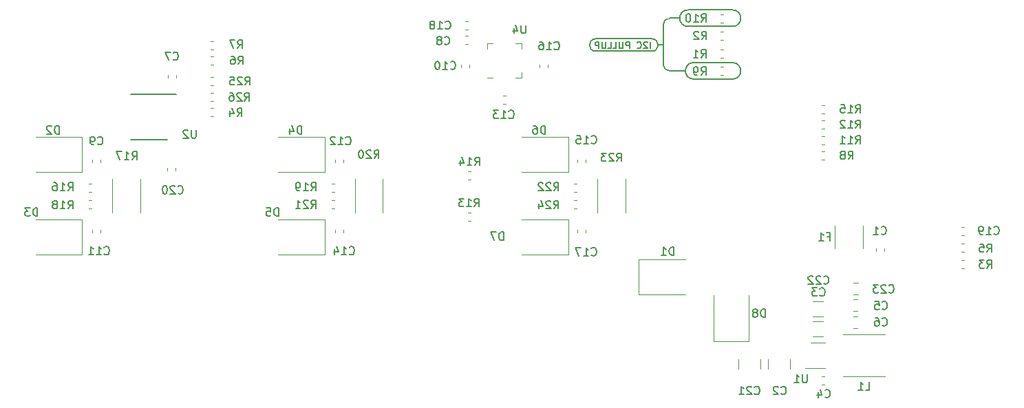
<source format=gbr>
%TF.GenerationSoftware,KiCad,Pcbnew,(5.1.6)-1*%
%TF.CreationDate,2020-09-09T14:21:18+02:00*%
%TF.ProjectId,TougherPowerMeter-FeatherWing,546f7567-6865-4725-906f-7765724d6574,rev?*%
%TF.SameCoordinates,Original*%
%TF.FileFunction,Legend,Bot*%
%TF.FilePolarity,Positive*%
%FSLAX46Y46*%
G04 Gerber Fmt 4.6, Leading zero omitted, Abs format (unit mm)*
G04 Created by KiCad (PCBNEW (5.1.6)-1) date 2020-09-09 14:21:18*
%MOMM*%
%LPD*%
G01*
G04 APERTURE LIST*
%ADD10C,0.150000*%
%ADD11C,0.120000*%
G04 APERTURE END LIST*
D10*
X180213000Y-60198000D02*
X180848000Y-60198000D01*
X179451000Y-60960000D02*
G75*
G03*
X179451000Y-59436000I0J762000D01*
G01*
X189357000Y-62357000D02*
X184594500Y-62357000D01*
X184594500Y-64389000D02*
G75*
G02*
X184594500Y-62357000I0J1016000D01*
G01*
X189357000Y-64389000D02*
X184594500Y-64389000D01*
X189357000Y-62357000D02*
G75*
G02*
X189357000Y-64389000I0J-1016000D01*
G01*
X183896000Y-57912000D02*
G75*
G02*
X183896000Y-55880000I0J1016000D01*
G01*
X189357000Y-55880000D02*
G75*
G02*
X189357000Y-57912000I0J-1016000D01*
G01*
X189357000Y-57912000D02*
X183896000Y-57912000D01*
X189357000Y-55880000D02*
X183896000Y-55880000D01*
X181610000Y-63373000D02*
X183578500Y-63373000D01*
X180848000Y-62611000D02*
G75*
G03*
X181610000Y-63373000I762000J0D01*
G01*
X180848000Y-57658000D02*
X180848000Y-62611000D01*
X181610000Y-56896000D02*
X182880000Y-56896000D01*
X181610000Y-56896000D02*
G75*
G03*
X180848000Y-57658000I0J-762000D01*
G01*
X179451000Y-60960000D02*
X172529500Y-60960000D01*
X172529500Y-59436000D02*
G75*
G03*
X172529500Y-60960000I0J-762000D01*
G01*
X172529500Y-59436000D02*
X179451000Y-59436000D01*
X179242833Y-60623404D02*
X179242833Y-59823404D01*
X178899976Y-59899595D02*
X178861880Y-59861500D01*
X178785690Y-59823404D01*
X178595214Y-59823404D01*
X178519023Y-59861500D01*
X178480928Y-59899595D01*
X178442833Y-59975785D01*
X178442833Y-60051976D01*
X178480928Y-60166261D01*
X178938071Y-60623404D01*
X178442833Y-60623404D01*
X177642833Y-60547214D02*
X177680928Y-60585309D01*
X177795214Y-60623404D01*
X177871404Y-60623404D01*
X177985690Y-60585309D01*
X178061880Y-60509119D01*
X178099976Y-60432928D01*
X178138071Y-60280547D01*
X178138071Y-60166261D01*
X178099976Y-60013880D01*
X178061880Y-59937690D01*
X177985690Y-59861500D01*
X177871404Y-59823404D01*
X177795214Y-59823404D01*
X177680928Y-59861500D01*
X177642833Y-59899595D01*
X176690452Y-60623404D02*
X176690452Y-59823404D01*
X176385690Y-59823404D01*
X176309500Y-59861500D01*
X176271404Y-59899595D01*
X176233309Y-59975785D01*
X176233309Y-60090071D01*
X176271404Y-60166261D01*
X176309500Y-60204357D01*
X176385690Y-60242452D01*
X176690452Y-60242452D01*
X175890452Y-59823404D02*
X175890452Y-60471023D01*
X175852357Y-60547214D01*
X175814261Y-60585309D01*
X175738071Y-60623404D01*
X175585690Y-60623404D01*
X175509500Y-60585309D01*
X175471404Y-60547214D01*
X175433309Y-60471023D01*
X175433309Y-59823404D01*
X174671404Y-60623404D02*
X175052357Y-60623404D01*
X175052357Y-59823404D01*
X174023785Y-60623404D02*
X174404738Y-60623404D01*
X174404738Y-59823404D01*
X173757119Y-59823404D02*
X173757119Y-60471023D01*
X173719023Y-60547214D01*
X173680928Y-60585309D01*
X173604738Y-60623404D01*
X173452357Y-60623404D01*
X173376166Y-60585309D01*
X173338071Y-60547214D01*
X173299976Y-60471023D01*
X173299976Y-59823404D01*
X172919023Y-60623404D02*
X172919023Y-59823404D01*
X172614261Y-59823404D01*
X172538071Y-59861500D01*
X172499976Y-59899595D01*
X172461880Y-59975785D01*
X172461880Y-60090071D01*
X172499976Y-60166261D01*
X172538071Y-60204357D01*
X172614261Y-60242452D01*
X172919023Y-60242452D01*
D11*
%TO.C,C23*%
X204274922Y-90880000D02*
X204792078Y-90880000D01*
X204274922Y-89460000D02*
X204792078Y-89460000D01*
%TO.C,C22*%
X200484064Y-93572500D02*
X199279936Y-93572500D01*
X200484064Y-91752500D02*
X199279936Y-91752500D01*
%TO.C,C21*%
X190076500Y-100059064D02*
X190076500Y-98854936D01*
X192796500Y-100059064D02*
X192796500Y-98854936D01*
%TO.C,C2*%
X193759500Y-100059064D02*
X193759500Y-98854936D01*
X196479500Y-100059064D02*
X196479500Y-98854936D01*
%TO.C,D8*%
X191364000Y-96657000D02*
X191364000Y-90957000D01*
X187064000Y-96657000D02*
X187064000Y-90957000D01*
X191364000Y-96657000D02*
X187064000Y-96657000D01*
%TO.C,R1*%
X188233779Y-61740000D02*
X187908221Y-61740000D01*
X188233779Y-60720000D02*
X187908221Y-60720000D01*
%TO.C,R26*%
X125170221Y-66054000D02*
X125495779Y-66054000D01*
X125170221Y-67074000D02*
X125495779Y-67074000D01*
%TO.C,R25*%
X125170221Y-64149000D02*
X125495779Y-64149000D01*
X125170221Y-65169000D02*
X125495779Y-65169000D01*
%TO.C,F1*%
X205402000Y-82449748D02*
X205402000Y-85222252D01*
X201982000Y-82449748D02*
X201982000Y-85222252D01*
%TO.C,C20*%
X120826500Y-75354721D02*
X120826500Y-75680279D01*
X119806500Y-75354721D02*
X119806500Y-75680279D01*
%TO.C,C19*%
X217499221Y-82564000D02*
X217824779Y-82564000D01*
X217499221Y-83584000D02*
X217824779Y-83584000D01*
%TO.C,C7*%
X119870000Y-64186779D02*
X119870000Y-63861221D01*
X120890000Y-64186779D02*
X120890000Y-63861221D01*
%TO.C,C6*%
X204258922Y-93603500D02*
X204776078Y-93603500D01*
X204258922Y-95023500D02*
X204776078Y-95023500D01*
%TO.C,C3*%
X200484064Y-96049000D02*
X199279936Y-96049000D01*
X200484064Y-94229000D02*
X199279936Y-94229000D01*
%TO.C,C1*%
X206992000Y-85522779D02*
X206992000Y-85197221D01*
X208012000Y-85522779D02*
X208012000Y-85197221D01*
%TO.C,U1*%
X200723900Y-99912900D02*
X198293900Y-99912900D01*
X198963900Y-96842900D02*
X200723900Y-96842900D01*
D10*
%TO.C,U2*%
X120961000Y-66279000D02*
X115336000Y-66279000D01*
X119836000Y-71829000D02*
X115336000Y-71829000D01*
D11*
%TO.C,R7*%
X125170221Y-59704000D02*
X125495779Y-59704000D01*
X125170221Y-60724000D02*
X125495779Y-60724000D01*
%TO.C,R6*%
X125170221Y-61609000D02*
X125495779Y-61609000D01*
X125170221Y-62629000D02*
X125495779Y-62629000D01*
%TO.C,R5*%
X217499221Y-84596000D02*
X217824779Y-84596000D01*
X217499221Y-85616000D02*
X217824779Y-85616000D01*
%TO.C,R4*%
X125170221Y-67959000D02*
X125495779Y-67959000D01*
X125170221Y-68979000D02*
X125495779Y-68979000D01*
%TO.C,R3*%
X217499221Y-86628000D02*
X217824779Y-86628000D01*
X217499221Y-87648000D02*
X217824779Y-87648000D01*
%TO.C,R2*%
X188233779Y-59581000D02*
X187908221Y-59581000D01*
X188233779Y-58561000D02*
X187908221Y-58561000D01*
%TO.C,L1*%
X202958900Y-101002900D02*
X208158900Y-101002900D01*
X208158900Y-95802900D02*
X202958900Y-95802900D01*
%TO.C,D1*%
X177853500Y-90875500D02*
X183553500Y-90875500D01*
X177853500Y-86575500D02*
X183553500Y-86575500D01*
X177853500Y-90875500D02*
X177853500Y-86575500D01*
%TO.C,C5*%
X204258922Y-91508000D02*
X204776078Y-91508000D01*
X204258922Y-92928000D02*
X204776078Y-92928000D01*
%TO.C,C4*%
X200705179Y-101973600D02*
X200379621Y-101973600D01*
X200705179Y-100953600D02*
X200379621Y-100953600D01*
%TO.C,C18*%
X156813979Y-58260200D02*
X156488421Y-58260200D01*
X156813979Y-57240200D02*
X156488421Y-57240200D01*
%TO.C,R17*%
X116502000Y-76703936D02*
X116502000Y-80808064D01*
X113082000Y-76703936D02*
X113082000Y-80808064D01*
%TO.C,U4*%
X159864000Y-64229000D02*
X159164000Y-64229000D01*
X163384000Y-60009000D02*
X163384000Y-60709000D01*
X162684000Y-60009000D02*
X163384000Y-60009000D01*
X159164000Y-60009000D02*
X159164000Y-60709000D01*
X159864000Y-60009000D02*
X159164000Y-60009000D01*
X163384000Y-64229000D02*
X163384000Y-63529000D01*
X162684000Y-64229000D02*
X163384000Y-64229000D01*
%TO.C,R24*%
X170199779Y-80282000D02*
X169874221Y-80282000D01*
X170199779Y-79262000D02*
X169874221Y-79262000D01*
%TO.C,R23*%
X176192000Y-76703936D02*
X176192000Y-80808064D01*
X172772000Y-76703936D02*
X172772000Y-80808064D01*
%TO.C,R22*%
X170199779Y-78250000D02*
X169874221Y-78250000D01*
X170199779Y-77230000D02*
X169874221Y-77230000D01*
%TO.C,R21*%
X140354779Y-80282000D02*
X140029221Y-80282000D01*
X140354779Y-79262000D02*
X140029221Y-79262000D01*
%TO.C,R20*%
X146347000Y-76703936D02*
X146347000Y-80808064D01*
X142927000Y-76703936D02*
X142927000Y-80808064D01*
%TO.C,R19*%
X140354779Y-78250000D02*
X140029221Y-78250000D01*
X140354779Y-77230000D02*
X140029221Y-77230000D01*
%TO.C,R16*%
X110509779Y-78250000D02*
X110184221Y-78250000D01*
X110509779Y-77230000D02*
X110184221Y-77230000D01*
%TO.C,R13*%
X157118779Y-81806000D02*
X156793221Y-81806000D01*
X157118779Y-80786000D02*
X156793221Y-80786000D01*
%TO.C,D7*%
X169142000Y-81686000D02*
X163442000Y-81686000D01*
X169142000Y-85986000D02*
X163442000Y-85986000D01*
X169142000Y-81686000D02*
X169142000Y-85986000D01*
%TO.C,R18*%
X110509779Y-80282000D02*
X110184221Y-80282000D01*
X110509779Y-79262000D02*
X110184221Y-79262000D01*
%TO.C,R15*%
X200679779Y-68598000D02*
X200354221Y-68598000D01*
X200679779Y-67578000D02*
X200354221Y-67578000D01*
%TO.C,R14*%
X156793221Y-75706000D02*
X157118779Y-75706000D01*
X156793221Y-76726000D02*
X157118779Y-76726000D01*
%TO.C,R12*%
X200679779Y-70503000D02*
X200354221Y-70503000D01*
X200679779Y-69483000D02*
X200354221Y-69483000D01*
%TO.C,R11*%
X200679779Y-72408000D02*
X200354221Y-72408000D01*
X200679779Y-71388000D02*
X200354221Y-71388000D01*
%TO.C,R10*%
X188233779Y-57422000D02*
X187908221Y-57422000D01*
X188233779Y-56402000D02*
X187908221Y-56402000D01*
%TO.C,R9*%
X188233779Y-63899000D02*
X187908221Y-63899000D01*
X188233779Y-62879000D02*
X187908221Y-62879000D01*
%TO.C,R8*%
X200679779Y-74313000D02*
X200354221Y-74313000D01*
X200679779Y-73293000D02*
X200354221Y-73293000D01*
%TO.C,D6*%
X169142000Y-71526000D02*
X163442000Y-71526000D01*
X169142000Y-75826000D02*
X163442000Y-75826000D01*
X169142000Y-71526000D02*
X169142000Y-75826000D01*
%TO.C,D5*%
X139170000Y-81686000D02*
X133470000Y-81686000D01*
X139170000Y-85986000D02*
X133470000Y-85986000D01*
X139170000Y-81686000D02*
X139170000Y-85986000D01*
%TO.C,D4*%
X139170000Y-71526000D02*
X133470000Y-71526000D01*
X139170000Y-75826000D02*
X133470000Y-75826000D01*
X139170000Y-71526000D02*
X139170000Y-75826000D01*
%TO.C,D3*%
X109325000Y-81686000D02*
X103625000Y-81686000D01*
X109325000Y-85986000D02*
X103625000Y-85986000D01*
X109325000Y-81686000D02*
X109325000Y-85986000D01*
%TO.C,D2*%
X109325000Y-71526000D02*
X103625000Y-71526000D01*
X109325000Y-75826000D02*
X103625000Y-75826000D01*
X109325000Y-71526000D02*
X109325000Y-75826000D01*
%TO.C,C17*%
X170289000Y-83236779D02*
X170289000Y-82911221D01*
X171309000Y-83236779D02*
X171309000Y-82911221D01*
%TO.C,C16*%
X166610000Y-62591221D02*
X166610000Y-62916779D01*
X165590000Y-62591221D02*
X165590000Y-62916779D01*
%TO.C,C15*%
X171309000Y-74275221D02*
X171309000Y-74600779D01*
X170289000Y-74275221D02*
X170289000Y-74600779D01*
%TO.C,C14*%
X140444000Y-83236779D02*
X140444000Y-82911221D01*
X141464000Y-83236779D02*
X141464000Y-82911221D01*
%TO.C,C13*%
X161436779Y-67455000D02*
X161111221Y-67455000D01*
X161436779Y-66435000D02*
X161111221Y-66435000D01*
%TO.C,C12*%
X141464000Y-74275221D02*
X141464000Y-74600779D01*
X140444000Y-74275221D02*
X140444000Y-74600779D01*
%TO.C,C11*%
X110599000Y-83236779D02*
X110599000Y-82911221D01*
X111619000Y-83236779D02*
X111619000Y-82911221D01*
%TO.C,C10*%
X155938000Y-62916779D02*
X155938000Y-62591221D01*
X156958000Y-62916779D02*
X156958000Y-62591221D01*
%TO.C,C9*%
X111619000Y-74275221D02*
X111619000Y-74600779D01*
X110599000Y-74275221D02*
X110599000Y-74600779D01*
%TO.C,C8*%
X156813979Y-60089000D02*
X156488421Y-60089000D01*
X156813979Y-59069000D02*
X156488421Y-59069000D01*
%TO.C,C23*%
D10*
X208605357Y-90590642D02*
X208652976Y-90638261D01*
X208795833Y-90685880D01*
X208891071Y-90685880D01*
X209033928Y-90638261D01*
X209129166Y-90543023D01*
X209176785Y-90447785D01*
X209224404Y-90257309D01*
X209224404Y-90114452D01*
X209176785Y-89923976D01*
X209129166Y-89828738D01*
X209033928Y-89733500D01*
X208891071Y-89685880D01*
X208795833Y-89685880D01*
X208652976Y-89733500D01*
X208605357Y-89781119D01*
X208224404Y-89781119D02*
X208176785Y-89733500D01*
X208081547Y-89685880D01*
X207843452Y-89685880D01*
X207748214Y-89733500D01*
X207700595Y-89781119D01*
X207652976Y-89876357D01*
X207652976Y-89971595D01*
X207700595Y-90114452D01*
X208272023Y-90685880D01*
X207652976Y-90685880D01*
X207319642Y-89685880D02*
X206700595Y-89685880D01*
X207033928Y-90066833D01*
X206891071Y-90066833D01*
X206795833Y-90114452D01*
X206748214Y-90162071D01*
X206700595Y-90257309D01*
X206700595Y-90495404D01*
X206748214Y-90590642D01*
X206795833Y-90638261D01*
X206891071Y-90685880D01*
X207176785Y-90685880D01*
X207272023Y-90638261D01*
X207319642Y-90590642D01*
%TO.C,C22*%
X200588357Y-89527142D02*
X200635976Y-89574761D01*
X200778833Y-89622380D01*
X200874071Y-89622380D01*
X201016928Y-89574761D01*
X201112166Y-89479523D01*
X201159785Y-89384285D01*
X201207404Y-89193809D01*
X201207404Y-89050952D01*
X201159785Y-88860476D01*
X201112166Y-88765238D01*
X201016928Y-88670000D01*
X200874071Y-88622380D01*
X200778833Y-88622380D01*
X200635976Y-88670000D01*
X200588357Y-88717619D01*
X200207404Y-88717619D02*
X200159785Y-88670000D01*
X200064547Y-88622380D01*
X199826452Y-88622380D01*
X199731214Y-88670000D01*
X199683595Y-88717619D01*
X199635976Y-88812857D01*
X199635976Y-88908095D01*
X199683595Y-89050952D01*
X200255023Y-89622380D01*
X199635976Y-89622380D01*
X199255023Y-88717619D02*
X199207404Y-88670000D01*
X199112166Y-88622380D01*
X198874071Y-88622380D01*
X198778833Y-88670000D01*
X198731214Y-88717619D01*
X198683595Y-88812857D01*
X198683595Y-88908095D01*
X198731214Y-89050952D01*
X199302642Y-89622380D01*
X198683595Y-89622380D01*
%TO.C,C21*%
X192079357Y-103116142D02*
X192126976Y-103163761D01*
X192269833Y-103211380D01*
X192365071Y-103211380D01*
X192507928Y-103163761D01*
X192603166Y-103068523D01*
X192650785Y-102973285D01*
X192698404Y-102782809D01*
X192698404Y-102639952D01*
X192650785Y-102449476D01*
X192603166Y-102354238D01*
X192507928Y-102259000D01*
X192365071Y-102211380D01*
X192269833Y-102211380D01*
X192126976Y-102259000D01*
X192079357Y-102306619D01*
X191698404Y-102306619D02*
X191650785Y-102259000D01*
X191555547Y-102211380D01*
X191317452Y-102211380D01*
X191222214Y-102259000D01*
X191174595Y-102306619D01*
X191126976Y-102401857D01*
X191126976Y-102497095D01*
X191174595Y-102639952D01*
X191746023Y-103211380D01*
X191126976Y-103211380D01*
X190174595Y-103211380D02*
X190746023Y-103211380D01*
X190460309Y-103211380D02*
X190460309Y-102211380D01*
X190555547Y-102354238D01*
X190650785Y-102449476D01*
X190746023Y-102497095D01*
%TO.C,C2*%
X195349666Y-103116142D02*
X195397285Y-103163761D01*
X195540142Y-103211380D01*
X195635380Y-103211380D01*
X195778238Y-103163761D01*
X195873476Y-103068523D01*
X195921095Y-102973285D01*
X195968714Y-102782809D01*
X195968714Y-102639952D01*
X195921095Y-102449476D01*
X195873476Y-102354238D01*
X195778238Y-102259000D01*
X195635380Y-102211380D01*
X195540142Y-102211380D01*
X195397285Y-102259000D01*
X195349666Y-102306619D01*
X194968714Y-102306619D02*
X194921095Y-102259000D01*
X194825857Y-102211380D01*
X194587761Y-102211380D01*
X194492523Y-102259000D01*
X194444904Y-102306619D01*
X194397285Y-102401857D01*
X194397285Y-102497095D01*
X194444904Y-102639952D01*
X195016333Y-103211380D01*
X194397285Y-103211380D01*
%TO.C,D8*%
X193381095Y-93686380D02*
X193381095Y-92686380D01*
X193143000Y-92686380D01*
X193000142Y-92734000D01*
X192904904Y-92829238D01*
X192857285Y-92924476D01*
X192809666Y-93114952D01*
X192809666Y-93257809D01*
X192857285Y-93448285D01*
X192904904Y-93543523D01*
X193000142Y-93638761D01*
X193143000Y-93686380D01*
X193381095Y-93686380D01*
X192238238Y-93114952D02*
X192333476Y-93067333D01*
X192381095Y-93019714D01*
X192428714Y-92924476D01*
X192428714Y-92876857D01*
X192381095Y-92781619D01*
X192333476Y-92734000D01*
X192238238Y-92686380D01*
X192047761Y-92686380D01*
X191952523Y-92734000D01*
X191904904Y-92781619D01*
X191857285Y-92876857D01*
X191857285Y-92924476D01*
X191904904Y-93019714D01*
X191952523Y-93067333D01*
X192047761Y-93114952D01*
X192238238Y-93114952D01*
X192333476Y-93162571D01*
X192381095Y-93210190D01*
X192428714Y-93305428D01*
X192428714Y-93495904D01*
X192381095Y-93591142D01*
X192333476Y-93638761D01*
X192238238Y-93686380D01*
X192047761Y-93686380D01*
X191952523Y-93638761D01*
X191904904Y-93591142D01*
X191857285Y-93495904D01*
X191857285Y-93305428D01*
X191904904Y-93210190D01*
X191952523Y-93162571D01*
X192047761Y-93114952D01*
%TO.C,R1*%
X185507166Y-61745880D02*
X185840500Y-61269690D01*
X186078595Y-61745880D02*
X186078595Y-60745880D01*
X185697642Y-60745880D01*
X185602404Y-60793500D01*
X185554785Y-60841119D01*
X185507166Y-60936357D01*
X185507166Y-61079214D01*
X185554785Y-61174452D01*
X185602404Y-61222071D01*
X185697642Y-61269690D01*
X186078595Y-61269690D01*
X184554785Y-61745880D02*
X185126214Y-61745880D01*
X184840500Y-61745880D02*
X184840500Y-60745880D01*
X184935738Y-60888738D01*
X185030976Y-60983976D01*
X185126214Y-61031595D01*
%TO.C,R26*%
X129341357Y-67079880D02*
X129674690Y-66603690D01*
X129912785Y-67079880D02*
X129912785Y-66079880D01*
X129531833Y-66079880D01*
X129436595Y-66127500D01*
X129388976Y-66175119D01*
X129341357Y-66270357D01*
X129341357Y-66413214D01*
X129388976Y-66508452D01*
X129436595Y-66556071D01*
X129531833Y-66603690D01*
X129912785Y-66603690D01*
X128960404Y-66175119D02*
X128912785Y-66127500D01*
X128817547Y-66079880D01*
X128579452Y-66079880D01*
X128484214Y-66127500D01*
X128436595Y-66175119D01*
X128388976Y-66270357D01*
X128388976Y-66365595D01*
X128436595Y-66508452D01*
X129008023Y-67079880D01*
X128388976Y-67079880D01*
X127531833Y-66079880D02*
X127722309Y-66079880D01*
X127817547Y-66127500D01*
X127865166Y-66175119D01*
X127960404Y-66317976D01*
X128008023Y-66508452D01*
X128008023Y-66889404D01*
X127960404Y-66984642D01*
X127912785Y-67032261D01*
X127817547Y-67079880D01*
X127627071Y-67079880D01*
X127531833Y-67032261D01*
X127484214Y-66984642D01*
X127436595Y-66889404D01*
X127436595Y-66651309D01*
X127484214Y-66556071D01*
X127531833Y-66508452D01*
X127627071Y-66460833D01*
X127817547Y-66460833D01*
X127912785Y-66508452D01*
X127960404Y-66556071D01*
X128008023Y-66651309D01*
%TO.C,R25*%
X129404857Y-65111380D02*
X129738190Y-64635190D01*
X129976285Y-65111380D02*
X129976285Y-64111380D01*
X129595333Y-64111380D01*
X129500095Y-64159000D01*
X129452476Y-64206619D01*
X129404857Y-64301857D01*
X129404857Y-64444714D01*
X129452476Y-64539952D01*
X129500095Y-64587571D01*
X129595333Y-64635190D01*
X129976285Y-64635190D01*
X129023904Y-64206619D02*
X128976285Y-64159000D01*
X128881047Y-64111380D01*
X128642952Y-64111380D01*
X128547714Y-64159000D01*
X128500095Y-64206619D01*
X128452476Y-64301857D01*
X128452476Y-64397095D01*
X128500095Y-64539952D01*
X129071523Y-65111380D01*
X128452476Y-65111380D01*
X127547714Y-64111380D02*
X128023904Y-64111380D01*
X128071523Y-64587571D01*
X128023904Y-64539952D01*
X127928666Y-64492333D01*
X127690571Y-64492333D01*
X127595333Y-64539952D01*
X127547714Y-64587571D01*
X127500095Y-64682809D01*
X127500095Y-64920904D01*
X127547714Y-65016142D01*
X127595333Y-65063761D01*
X127690571Y-65111380D01*
X127928666Y-65111380D01*
X128023904Y-65063761D01*
X128071523Y-65016142D01*
%TO.C,F1*%
X201040833Y-83764571D02*
X201374166Y-83764571D01*
X201374166Y-84288380D02*
X201374166Y-83288380D01*
X200897976Y-83288380D01*
X199993214Y-84288380D02*
X200564642Y-84288380D01*
X200278928Y-84288380D02*
X200278928Y-83288380D01*
X200374166Y-83431238D01*
X200469404Y-83526476D01*
X200564642Y-83574095D01*
%TO.C,C20*%
X121149857Y-78414642D02*
X121197476Y-78462261D01*
X121340333Y-78509880D01*
X121435571Y-78509880D01*
X121578428Y-78462261D01*
X121673666Y-78367023D01*
X121721285Y-78271785D01*
X121768904Y-78081309D01*
X121768904Y-77938452D01*
X121721285Y-77747976D01*
X121673666Y-77652738D01*
X121578428Y-77557500D01*
X121435571Y-77509880D01*
X121340333Y-77509880D01*
X121197476Y-77557500D01*
X121149857Y-77605119D01*
X120768904Y-77605119D02*
X120721285Y-77557500D01*
X120626047Y-77509880D01*
X120387952Y-77509880D01*
X120292714Y-77557500D01*
X120245095Y-77605119D01*
X120197476Y-77700357D01*
X120197476Y-77795595D01*
X120245095Y-77938452D01*
X120816523Y-78509880D01*
X120197476Y-78509880D01*
X119578428Y-77509880D02*
X119483190Y-77509880D01*
X119387952Y-77557500D01*
X119340333Y-77605119D01*
X119292714Y-77700357D01*
X119245095Y-77890833D01*
X119245095Y-78128928D01*
X119292714Y-78319404D01*
X119340333Y-78414642D01*
X119387952Y-78462261D01*
X119483190Y-78509880D01*
X119578428Y-78509880D01*
X119673666Y-78462261D01*
X119721285Y-78414642D01*
X119768904Y-78319404D01*
X119816523Y-78128928D01*
X119816523Y-77890833D01*
X119768904Y-77700357D01*
X119721285Y-77605119D01*
X119673666Y-77557500D01*
X119578428Y-77509880D01*
%TO.C,C19*%
X221543357Y-83431142D02*
X221590976Y-83478761D01*
X221733833Y-83526380D01*
X221829071Y-83526380D01*
X221971928Y-83478761D01*
X222067166Y-83383523D01*
X222114785Y-83288285D01*
X222162404Y-83097809D01*
X222162404Y-82954952D01*
X222114785Y-82764476D01*
X222067166Y-82669238D01*
X221971928Y-82574000D01*
X221829071Y-82526380D01*
X221733833Y-82526380D01*
X221590976Y-82574000D01*
X221543357Y-82621619D01*
X220590976Y-83526380D02*
X221162404Y-83526380D01*
X220876690Y-83526380D02*
X220876690Y-82526380D01*
X220971928Y-82669238D01*
X221067166Y-82764476D01*
X221162404Y-82812095D01*
X220114785Y-83526380D02*
X219924309Y-83526380D01*
X219829071Y-83478761D01*
X219781452Y-83431142D01*
X219686214Y-83288285D01*
X219638595Y-83097809D01*
X219638595Y-82716857D01*
X219686214Y-82621619D01*
X219733833Y-82574000D01*
X219829071Y-82526380D01*
X220019547Y-82526380D01*
X220114785Y-82574000D01*
X220162404Y-82621619D01*
X220210023Y-82716857D01*
X220210023Y-82954952D01*
X220162404Y-83050190D01*
X220114785Y-83097809D01*
X220019547Y-83145428D01*
X219829071Y-83145428D01*
X219733833Y-83097809D01*
X219686214Y-83050190D01*
X219638595Y-82954952D01*
%TO.C,C7*%
X120546666Y-61968142D02*
X120594285Y-62015761D01*
X120737142Y-62063380D01*
X120832380Y-62063380D01*
X120975238Y-62015761D01*
X121070476Y-61920523D01*
X121118095Y-61825285D01*
X121165714Y-61634809D01*
X121165714Y-61491952D01*
X121118095Y-61301476D01*
X121070476Y-61206238D01*
X120975238Y-61111000D01*
X120832380Y-61063380D01*
X120737142Y-61063380D01*
X120594285Y-61111000D01*
X120546666Y-61158619D01*
X120213333Y-61063380D02*
X119546666Y-61063380D01*
X119975238Y-62063380D01*
%TO.C,C6*%
X207795666Y-94670642D02*
X207843285Y-94718261D01*
X207986142Y-94765880D01*
X208081380Y-94765880D01*
X208224238Y-94718261D01*
X208319476Y-94623023D01*
X208367095Y-94527785D01*
X208414714Y-94337309D01*
X208414714Y-94194452D01*
X208367095Y-94003976D01*
X208319476Y-93908738D01*
X208224238Y-93813500D01*
X208081380Y-93765880D01*
X207986142Y-93765880D01*
X207843285Y-93813500D01*
X207795666Y-93861119D01*
X206938523Y-93765880D02*
X207129000Y-93765880D01*
X207224238Y-93813500D01*
X207271857Y-93861119D01*
X207367095Y-94003976D01*
X207414714Y-94194452D01*
X207414714Y-94575404D01*
X207367095Y-94670642D01*
X207319476Y-94718261D01*
X207224238Y-94765880D01*
X207033761Y-94765880D01*
X206938523Y-94718261D01*
X206890904Y-94670642D01*
X206843285Y-94575404D01*
X206843285Y-94337309D01*
X206890904Y-94242071D01*
X206938523Y-94194452D01*
X207033761Y-94146833D01*
X207224238Y-94146833D01*
X207319476Y-94194452D01*
X207367095Y-94242071D01*
X207414714Y-94337309D01*
%TO.C,C3*%
X200112166Y-90987642D02*
X200159785Y-91035261D01*
X200302642Y-91082880D01*
X200397880Y-91082880D01*
X200540738Y-91035261D01*
X200635976Y-90940023D01*
X200683595Y-90844785D01*
X200731214Y-90654309D01*
X200731214Y-90511452D01*
X200683595Y-90320976D01*
X200635976Y-90225738D01*
X200540738Y-90130500D01*
X200397880Y-90082880D01*
X200302642Y-90082880D01*
X200159785Y-90130500D01*
X200112166Y-90178119D01*
X199778833Y-90082880D02*
X199159785Y-90082880D01*
X199493119Y-90463833D01*
X199350261Y-90463833D01*
X199255023Y-90511452D01*
X199207404Y-90559071D01*
X199159785Y-90654309D01*
X199159785Y-90892404D01*
X199207404Y-90987642D01*
X199255023Y-91035261D01*
X199350261Y-91082880D01*
X199635976Y-91082880D01*
X199731214Y-91035261D01*
X199778833Y-90987642D01*
%TO.C,C1*%
X207668666Y-83431142D02*
X207716285Y-83478761D01*
X207859142Y-83526380D01*
X207954380Y-83526380D01*
X208097238Y-83478761D01*
X208192476Y-83383523D01*
X208240095Y-83288285D01*
X208287714Y-83097809D01*
X208287714Y-82954952D01*
X208240095Y-82764476D01*
X208192476Y-82669238D01*
X208097238Y-82574000D01*
X207954380Y-82526380D01*
X207859142Y-82526380D01*
X207716285Y-82574000D01*
X207668666Y-82621619D01*
X206716285Y-83526380D02*
X207287714Y-83526380D01*
X207002000Y-83526380D02*
X207002000Y-82526380D01*
X207097238Y-82669238D01*
X207192476Y-82764476D01*
X207287714Y-82812095D01*
%TO.C,U1*%
X198548404Y-100750880D02*
X198548404Y-101560404D01*
X198500785Y-101655642D01*
X198453166Y-101703261D01*
X198357928Y-101750880D01*
X198167452Y-101750880D01*
X198072214Y-101703261D01*
X198024595Y-101655642D01*
X197976976Y-101560404D01*
X197976976Y-100750880D01*
X196976976Y-101750880D02*
X197548404Y-101750880D01*
X197262690Y-101750880D02*
X197262690Y-100750880D01*
X197357928Y-100893738D01*
X197453166Y-100988976D01*
X197548404Y-101036595D01*
%TO.C,U2*%
X123364404Y-70651880D02*
X123364404Y-71461404D01*
X123316785Y-71556642D01*
X123269166Y-71604261D01*
X123173928Y-71651880D01*
X122983452Y-71651880D01*
X122888214Y-71604261D01*
X122840595Y-71556642D01*
X122792976Y-71461404D01*
X122792976Y-70651880D01*
X122364404Y-70747119D02*
X122316785Y-70699500D01*
X122221547Y-70651880D01*
X121983452Y-70651880D01*
X121888214Y-70699500D01*
X121840595Y-70747119D01*
X121792976Y-70842357D01*
X121792976Y-70937595D01*
X121840595Y-71080452D01*
X122412023Y-71651880D01*
X121792976Y-71651880D01*
%TO.C,R7*%
X128484166Y-60602880D02*
X128817500Y-60126690D01*
X129055595Y-60602880D02*
X129055595Y-59602880D01*
X128674642Y-59602880D01*
X128579404Y-59650500D01*
X128531785Y-59698119D01*
X128484166Y-59793357D01*
X128484166Y-59936214D01*
X128531785Y-60031452D01*
X128579404Y-60079071D01*
X128674642Y-60126690D01*
X129055595Y-60126690D01*
X128150833Y-59602880D02*
X127484166Y-59602880D01*
X127912738Y-60602880D01*
%TO.C,R6*%
X128547666Y-62571380D02*
X128881000Y-62095190D01*
X129119095Y-62571380D02*
X129119095Y-61571380D01*
X128738142Y-61571380D01*
X128642904Y-61619000D01*
X128595285Y-61666619D01*
X128547666Y-61761857D01*
X128547666Y-61904714D01*
X128595285Y-61999952D01*
X128642904Y-62047571D01*
X128738142Y-62095190D01*
X129119095Y-62095190D01*
X127690523Y-61571380D02*
X127881000Y-61571380D01*
X127976238Y-61619000D01*
X128023857Y-61666619D01*
X128119095Y-61809476D01*
X128166714Y-61999952D01*
X128166714Y-62380904D01*
X128119095Y-62476142D01*
X128071476Y-62523761D01*
X127976238Y-62571380D01*
X127785761Y-62571380D01*
X127690523Y-62523761D01*
X127642904Y-62476142D01*
X127595285Y-62380904D01*
X127595285Y-62142809D01*
X127642904Y-62047571D01*
X127690523Y-61999952D01*
X127785761Y-61952333D01*
X127976238Y-61952333D01*
X128071476Y-61999952D01*
X128119095Y-62047571D01*
X128166714Y-62142809D01*
%TO.C,R5*%
X220686166Y-85685380D02*
X221019500Y-85209190D01*
X221257595Y-85685380D02*
X221257595Y-84685380D01*
X220876642Y-84685380D01*
X220781404Y-84733000D01*
X220733785Y-84780619D01*
X220686166Y-84875857D01*
X220686166Y-85018714D01*
X220733785Y-85113952D01*
X220781404Y-85161571D01*
X220876642Y-85209190D01*
X221257595Y-85209190D01*
X219781404Y-84685380D02*
X220257595Y-84685380D01*
X220305214Y-85161571D01*
X220257595Y-85113952D01*
X220162357Y-85066333D01*
X219924261Y-85066333D01*
X219829023Y-85113952D01*
X219781404Y-85161571D01*
X219733785Y-85256809D01*
X219733785Y-85494904D01*
X219781404Y-85590142D01*
X219829023Y-85637761D01*
X219924261Y-85685380D01*
X220162357Y-85685380D01*
X220257595Y-85637761D01*
X220305214Y-85590142D01*
%TO.C,R4*%
X128420666Y-68984880D02*
X128754000Y-68508690D01*
X128992095Y-68984880D02*
X128992095Y-67984880D01*
X128611142Y-67984880D01*
X128515904Y-68032500D01*
X128468285Y-68080119D01*
X128420666Y-68175357D01*
X128420666Y-68318214D01*
X128468285Y-68413452D01*
X128515904Y-68461071D01*
X128611142Y-68508690D01*
X128992095Y-68508690D01*
X127563523Y-68318214D02*
X127563523Y-68984880D01*
X127801619Y-67937261D02*
X128039714Y-68651547D01*
X127420666Y-68651547D01*
%TO.C,R3*%
X220686166Y-87653880D02*
X221019500Y-87177690D01*
X221257595Y-87653880D02*
X221257595Y-86653880D01*
X220876642Y-86653880D01*
X220781404Y-86701500D01*
X220733785Y-86749119D01*
X220686166Y-86844357D01*
X220686166Y-86987214D01*
X220733785Y-87082452D01*
X220781404Y-87130071D01*
X220876642Y-87177690D01*
X221257595Y-87177690D01*
X220352833Y-86653880D02*
X219733785Y-86653880D01*
X220067119Y-87034833D01*
X219924261Y-87034833D01*
X219829023Y-87082452D01*
X219781404Y-87130071D01*
X219733785Y-87225309D01*
X219733785Y-87463404D01*
X219781404Y-87558642D01*
X219829023Y-87606261D01*
X219924261Y-87653880D01*
X220209976Y-87653880D01*
X220305214Y-87606261D01*
X220352833Y-87558642D01*
%TO.C,R2*%
X185570666Y-59523380D02*
X185904000Y-59047190D01*
X186142095Y-59523380D02*
X186142095Y-58523380D01*
X185761142Y-58523380D01*
X185665904Y-58571000D01*
X185618285Y-58618619D01*
X185570666Y-58713857D01*
X185570666Y-58856714D01*
X185618285Y-58951952D01*
X185665904Y-58999571D01*
X185761142Y-59047190D01*
X186142095Y-59047190D01*
X185189714Y-58618619D02*
X185142095Y-58571000D01*
X185046857Y-58523380D01*
X184808761Y-58523380D01*
X184713523Y-58571000D01*
X184665904Y-58618619D01*
X184618285Y-58713857D01*
X184618285Y-58809095D01*
X184665904Y-58951952D01*
X185237333Y-59523380D01*
X184618285Y-59523380D01*
%TO.C,L1*%
X205715566Y-102685280D02*
X206191757Y-102685280D01*
X206191757Y-101685280D01*
X204858423Y-102685280D02*
X205429852Y-102685280D01*
X205144138Y-102685280D02*
X205144138Y-101685280D01*
X205239376Y-101828138D01*
X205334614Y-101923376D01*
X205429852Y-101970995D01*
%TO.C,D1*%
X182141595Y-86066380D02*
X182141595Y-85066380D01*
X181903500Y-85066380D01*
X181760642Y-85114000D01*
X181665404Y-85209238D01*
X181617785Y-85304476D01*
X181570166Y-85494952D01*
X181570166Y-85637809D01*
X181617785Y-85828285D01*
X181665404Y-85923523D01*
X181760642Y-86018761D01*
X181903500Y-86066380D01*
X182141595Y-86066380D01*
X180617785Y-86066380D02*
X181189214Y-86066380D01*
X180903500Y-86066380D02*
X180903500Y-85066380D01*
X180998738Y-85209238D01*
X181093976Y-85304476D01*
X181189214Y-85352095D01*
%TO.C,C5*%
X207795666Y-92638642D02*
X207843285Y-92686261D01*
X207986142Y-92733880D01*
X208081380Y-92733880D01*
X208224238Y-92686261D01*
X208319476Y-92591023D01*
X208367095Y-92495785D01*
X208414714Y-92305309D01*
X208414714Y-92162452D01*
X208367095Y-91971976D01*
X208319476Y-91876738D01*
X208224238Y-91781500D01*
X208081380Y-91733880D01*
X207986142Y-91733880D01*
X207843285Y-91781500D01*
X207795666Y-91829119D01*
X206890904Y-91733880D02*
X207367095Y-91733880D01*
X207414714Y-92210071D01*
X207367095Y-92162452D01*
X207271857Y-92114833D01*
X207033761Y-92114833D01*
X206938523Y-92162452D01*
X206890904Y-92210071D01*
X206843285Y-92305309D01*
X206843285Y-92543404D01*
X206890904Y-92638642D01*
X206938523Y-92686261D01*
X207033761Y-92733880D01*
X207271857Y-92733880D01*
X207367095Y-92686261D01*
X207414714Y-92638642D01*
%TO.C,C4*%
X200747166Y-103497142D02*
X200794785Y-103544761D01*
X200937642Y-103592380D01*
X201032880Y-103592380D01*
X201175738Y-103544761D01*
X201270976Y-103449523D01*
X201318595Y-103354285D01*
X201366214Y-103163809D01*
X201366214Y-103020952D01*
X201318595Y-102830476D01*
X201270976Y-102735238D01*
X201175738Y-102640000D01*
X201032880Y-102592380D01*
X200937642Y-102592380D01*
X200794785Y-102640000D01*
X200747166Y-102687619D01*
X199890023Y-102925714D02*
X199890023Y-103592380D01*
X200128119Y-102544761D02*
X200366214Y-103259047D01*
X199747166Y-103259047D01*
%TO.C,C18*%
X154042857Y-58158142D02*
X154090476Y-58205761D01*
X154233333Y-58253380D01*
X154328571Y-58253380D01*
X154471428Y-58205761D01*
X154566666Y-58110523D01*
X154614285Y-58015285D01*
X154661904Y-57824809D01*
X154661904Y-57681952D01*
X154614285Y-57491476D01*
X154566666Y-57396238D01*
X154471428Y-57301000D01*
X154328571Y-57253380D01*
X154233333Y-57253380D01*
X154090476Y-57301000D01*
X154042857Y-57348619D01*
X153090476Y-58253380D02*
X153661904Y-58253380D01*
X153376190Y-58253380D02*
X153376190Y-57253380D01*
X153471428Y-57396238D01*
X153566666Y-57491476D01*
X153661904Y-57539095D01*
X152519047Y-57681952D02*
X152614285Y-57634333D01*
X152661904Y-57586714D01*
X152709523Y-57491476D01*
X152709523Y-57443857D01*
X152661904Y-57348619D01*
X152614285Y-57301000D01*
X152519047Y-57253380D01*
X152328571Y-57253380D01*
X152233333Y-57301000D01*
X152185714Y-57348619D01*
X152138095Y-57443857D01*
X152138095Y-57491476D01*
X152185714Y-57586714D01*
X152233333Y-57634333D01*
X152328571Y-57681952D01*
X152519047Y-57681952D01*
X152614285Y-57729571D01*
X152661904Y-57777190D01*
X152709523Y-57872428D01*
X152709523Y-58062904D01*
X152661904Y-58158142D01*
X152614285Y-58205761D01*
X152519047Y-58253380D01*
X152328571Y-58253380D01*
X152233333Y-58205761D01*
X152185714Y-58158142D01*
X152138095Y-58062904D01*
X152138095Y-57872428D01*
X152185714Y-57777190D01*
X152233333Y-57729571D01*
X152328571Y-57681952D01*
%TO.C,R17*%
X115498357Y-74318880D02*
X115831690Y-73842690D01*
X116069785Y-74318880D02*
X116069785Y-73318880D01*
X115688833Y-73318880D01*
X115593595Y-73366500D01*
X115545976Y-73414119D01*
X115498357Y-73509357D01*
X115498357Y-73652214D01*
X115545976Y-73747452D01*
X115593595Y-73795071D01*
X115688833Y-73842690D01*
X116069785Y-73842690D01*
X114545976Y-74318880D02*
X115117404Y-74318880D01*
X114831690Y-74318880D02*
X114831690Y-73318880D01*
X114926928Y-73461738D01*
X115022166Y-73556976D01*
X115117404Y-73604595D01*
X114212642Y-73318880D02*
X113545976Y-73318880D01*
X113974547Y-74318880D01*
%TO.C,U4*%
X163940904Y-57761380D02*
X163940904Y-58570904D01*
X163893285Y-58666142D01*
X163845666Y-58713761D01*
X163750428Y-58761380D01*
X163559952Y-58761380D01*
X163464714Y-58713761D01*
X163417095Y-58666142D01*
X163369476Y-58570904D01*
X163369476Y-57761380D01*
X162464714Y-58094714D02*
X162464714Y-58761380D01*
X162702809Y-57713761D02*
X162940904Y-58428047D01*
X162321857Y-58428047D01*
%TO.C,R24*%
X167377857Y-80351380D02*
X167711190Y-79875190D01*
X167949285Y-80351380D02*
X167949285Y-79351380D01*
X167568333Y-79351380D01*
X167473095Y-79399000D01*
X167425476Y-79446619D01*
X167377857Y-79541857D01*
X167377857Y-79684714D01*
X167425476Y-79779952D01*
X167473095Y-79827571D01*
X167568333Y-79875190D01*
X167949285Y-79875190D01*
X166996904Y-79446619D02*
X166949285Y-79399000D01*
X166854047Y-79351380D01*
X166615952Y-79351380D01*
X166520714Y-79399000D01*
X166473095Y-79446619D01*
X166425476Y-79541857D01*
X166425476Y-79637095D01*
X166473095Y-79779952D01*
X167044523Y-80351380D01*
X166425476Y-80351380D01*
X165568333Y-79684714D02*
X165568333Y-80351380D01*
X165806428Y-79303761D02*
X166044523Y-80018047D01*
X165425476Y-80018047D01*
%TO.C,R23*%
X175124857Y-74509380D02*
X175458190Y-74033190D01*
X175696285Y-74509380D02*
X175696285Y-73509380D01*
X175315333Y-73509380D01*
X175220095Y-73557000D01*
X175172476Y-73604619D01*
X175124857Y-73699857D01*
X175124857Y-73842714D01*
X175172476Y-73937952D01*
X175220095Y-73985571D01*
X175315333Y-74033190D01*
X175696285Y-74033190D01*
X174743904Y-73604619D02*
X174696285Y-73557000D01*
X174601047Y-73509380D01*
X174362952Y-73509380D01*
X174267714Y-73557000D01*
X174220095Y-73604619D01*
X174172476Y-73699857D01*
X174172476Y-73795095D01*
X174220095Y-73937952D01*
X174791523Y-74509380D01*
X174172476Y-74509380D01*
X173839142Y-73509380D02*
X173220095Y-73509380D01*
X173553428Y-73890333D01*
X173410571Y-73890333D01*
X173315333Y-73937952D01*
X173267714Y-73985571D01*
X173220095Y-74080809D01*
X173220095Y-74318904D01*
X173267714Y-74414142D01*
X173315333Y-74461761D01*
X173410571Y-74509380D01*
X173696285Y-74509380D01*
X173791523Y-74461761D01*
X173839142Y-74414142D01*
%TO.C,R22*%
X167377857Y-78128880D02*
X167711190Y-77652690D01*
X167949285Y-78128880D02*
X167949285Y-77128880D01*
X167568333Y-77128880D01*
X167473095Y-77176500D01*
X167425476Y-77224119D01*
X167377857Y-77319357D01*
X167377857Y-77462214D01*
X167425476Y-77557452D01*
X167473095Y-77605071D01*
X167568333Y-77652690D01*
X167949285Y-77652690D01*
X166996904Y-77224119D02*
X166949285Y-77176500D01*
X166854047Y-77128880D01*
X166615952Y-77128880D01*
X166520714Y-77176500D01*
X166473095Y-77224119D01*
X166425476Y-77319357D01*
X166425476Y-77414595D01*
X166473095Y-77557452D01*
X167044523Y-78128880D01*
X166425476Y-78128880D01*
X166044523Y-77224119D02*
X165996904Y-77176500D01*
X165901666Y-77128880D01*
X165663571Y-77128880D01*
X165568333Y-77176500D01*
X165520714Y-77224119D01*
X165473095Y-77319357D01*
X165473095Y-77414595D01*
X165520714Y-77557452D01*
X166092142Y-78128880D01*
X165473095Y-78128880D01*
%TO.C,R21*%
X137532857Y-80287880D02*
X137866190Y-79811690D01*
X138104285Y-80287880D02*
X138104285Y-79287880D01*
X137723333Y-79287880D01*
X137628095Y-79335500D01*
X137580476Y-79383119D01*
X137532857Y-79478357D01*
X137532857Y-79621214D01*
X137580476Y-79716452D01*
X137628095Y-79764071D01*
X137723333Y-79811690D01*
X138104285Y-79811690D01*
X137151904Y-79383119D02*
X137104285Y-79335500D01*
X137009047Y-79287880D01*
X136770952Y-79287880D01*
X136675714Y-79335500D01*
X136628095Y-79383119D01*
X136580476Y-79478357D01*
X136580476Y-79573595D01*
X136628095Y-79716452D01*
X137199523Y-80287880D01*
X136580476Y-80287880D01*
X135628095Y-80287880D02*
X136199523Y-80287880D01*
X135913809Y-80287880D02*
X135913809Y-79287880D01*
X136009047Y-79430738D01*
X136104285Y-79525976D01*
X136199523Y-79573595D01*
%TO.C,R20*%
X145279857Y-74128380D02*
X145613190Y-73652190D01*
X145851285Y-74128380D02*
X145851285Y-73128380D01*
X145470333Y-73128380D01*
X145375095Y-73176000D01*
X145327476Y-73223619D01*
X145279857Y-73318857D01*
X145279857Y-73461714D01*
X145327476Y-73556952D01*
X145375095Y-73604571D01*
X145470333Y-73652190D01*
X145851285Y-73652190D01*
X144898904Y-73223619D02*
X144851285Y-73176000D01*
X144756047Y-73128380D01*
X144517952Y-73128380D01*
X144422714Y-73176000D01*
X144375095Y-73223619D01*
X144327476Y-73318857D01*
X144327476Y-73414095D01*
X144375095Y-73556952D01*
X144946523Y-74128380D01*
X144327476Y-74128380D01*
X143708428Y-73128380D02*
X143613190Y-73128380D01*
X143517952Y-73176000D01*
X143470333Y-73223619D01*
X143422714Y-73318857D01*
X143375095Y-73509333D01*
X143375095Y-73747428D01*
X143422714Y-73937904D01*
X143470333Y-74033142D01*
X143517952Y-74080761D01*
X143613190Y-74128380D01*
X143708428Y-74128380D01*
X143803666Y-74080761D01*
X143851285Y-74033142D01*
X143898904Y-73937904D01*
X143946523Y-73747428D01*
X143946523Y-73509333D01*
X143898904Y-73318857D01*
X143851285Y-73223619D01*
X143803666Y-73176000D01*
X143708428Y-73128380D01*
%TO.C,R19*%
X137532857Y-78128880D02*
X137866190Y-77652690D01*
X138104285Y-78128880D02*
X138104285Y-77128880D01*
X137723333Y-77128880D01*
X137628095Y-77176500D01*
X137580476Y-77224119D01*
X137532857Y-77319357D01*
X137532857Y-77462214D01*
X137580476Y-77557452D01*
X137628095Y-77605071D01*
X137723333Y-77652690D01*
X138104285Y-77652690D01*
X136580476Y-78128880D02*
X137151904Y-78128880D01*
X136866190Y-78128880D02*
X136866190Y-77128880D01*
X136961428Y-77271738D01*
X137056666Y-77366976D01*
X137151904Y-77414595D01*
X136104285Y-78128880D02*
X135913809Y-78128880D01*
X135818571Y-78081261D01*
X135770952Y-78033642D01*
X135675714Y-77890785D01*
X135628095Y-77700309D01*
X135628095Y-77319357D01*
X135675714Y-77224119D01*
X135723333Y-77176500D01*
X135818571Y-77128880D01*
X136009047Y-77128880D01*
X136104285Y-77176500D01*
X136151904Y-77224119D01*
X136199523Y-77319357D01*
X136199523Y-77557452D01*
X136151904Y-77652690D01*
X136104285Y-77700309D01*
X136009047Y-77747928D01*
X135818571Y-77747928D01*
X135723333Y-77700309D01*
X135675714Y-77652690D01*
X135628095Y-77557452D01*
%TO.C,R16*%
X107624357Y-78128880D02*
X107957690Y-77652690D01*
X108195785Y-78128880D02*
X108195785Y-77128880D01*
X107814833Y-77128880D01*
X107719595Y-77176500D01*
X107671976Y-77224119D01*
X107624357Y-77319357D01*
X107624357Y-77462214D01*
X107671976Y-77557452D01*
X107719595Y-77605071D01*
X107814833Y-77652690D01*
X108195785Y-77652690D01*
X106671976Y-78128880D02*
X107243404Y-78128880D01*
X106957690Y-78128880D02*
X106957690Y-77128880D01*
X107052928Y-77271738D01*
X107148166Y-77366976D01*
X107243404Y-77414595D01*
X105814833Y-77128880D02*
X106005309Y-77128880D01*
X106100547Y-77176500D01*
X106148166Y-77224119D01*
X106243404Y-77366976D01*
X106291023Y-77557452D01*
X106291023Y-77938404D01*
X106243404Y-78033642D01*
X106195785Y-78081261D01*
X106100547Y-78128880D01*
X105910071Y-78128880D01*
X105814833Y-78081261D01*
X105767214Y-78033642D01*
X105719595Y-77938404D01*
X105719595Y-77700309D01*
X105767214Y-77605071D01*
X105814833Y-77557452D01*
X105910071Y-77509833D01*
X106100547Y-77509833D01*
X106195785Y-77557452D01*
X106243404Y-77605071D01*
X106291023Y-77700309D01*
%TO.C,R13*%
X157598857Y-80097380D02*
X157932190Y-79621190D01*
X158170285Y-80097380D02*
X158170285Y-79097380D01*
X157789333Y-79097380D01*
X157694095Y-79145000D01*
X157646476Y-79192619D01*
X157598857Y-79287857D01*
X157598857Y-79430714D01*
X157646476Y-79525952D01*
X157694095Y-79573571D01*
X157789333Y-79621190D01*
X158170285Y-79621190D01*
X156646476Y-80097380D02*
X157217904Y-80097380D01*
X156932190Y-80097380D02*
X156932190Y-79097380D01*
X157027428Y-79240238D01*
X157122666Y-79335476D01*
X157217904Y-79383095D01*
X156313142Y-79097380D02*
X155694095Y-79097380D01*
X156027428Y-79478333D01*
X155884571Y-79478333D01*
X155789333Y-79525952D01*
X155741714Y-79573571D01*
X155694095Y-79668809D01*
X155694095Y-79906904D01*
X155741714Y-80002142D01*
X155789333Y-80049761D01*
X155884571Y-80097380D01*
X156170285Y-80097380D01*
X156265523Y-80049761D01*
X156313142Y-80002142D01*
%TO.C,D7*%
X161186595Y-84224880D02*
X161186595Y-83224880D01*
X160948500Y-83224880D01*
X160805642Y-83272500D01*
X160710404Y-83367738D01*
X160662785Y-83462976D01*
X160615166Y-83653452D01*
X160615166Y-83796309D01*
X160662785Y-83986785D01*
X160710404Y-84082023D01*
X160805642Y-84177261D01*
X160948500Y-84224880D01*
X161186595Y-84224880D01*
X160281833Y-83224880D02*
X159615166Y-83224880D01*
X160043738Y-84224880D01*
%TO.C,R18*%
X107624357Y-80351380D02*
X107957690Y-79875190D01*
X108195785Y-80351380D02*
X108195785Y-79351380D01*
X107814833Y-79351380D01*
X107719595Y-79399000D01*
X107671976Y-79446619D01*
X107624357Y-79541857D01*
X107624357Y-79684714D01*
X107671976Y-79779952D01*
X107719595Y-79827571D01*
X107814833Y-79875190D01*
X108195785Y-79875190D01*
X106671976Y-80351380D02*
X107243404Y-80351380D01*
X106957690Y-80351380D02*
X106957690Y-79351380D01*
X107052928Y-79494238D01*
X107148166Y-79589476D01*
X107243404Y-79637095D01*
X106100547Y-79779952D02*
X106195785Y-79732333D01*
X106243404Y-79684714D01*
X106291023Y-79589476D01*
X106291023Y-79541857D01*
X106243404Y-79446619D01*
X106195785Y-79399000D01*
X106100547Y-79351380D01*
X105910071Y-79351380D01*
X105814833Y-79399000D01*
X105767214Y-79446619D01*
X105719595Y-79541857D01*
X105719595Y-79589476D01*
X105767214Y-79684714D01*
X105814833Y-79732333D01*
X105910071Y-79779952D01*
X106100547Y-79779952D01*
X106195785Y-79827571D01*
X106243404Y-79875190D01*
X106291023Y-79970428D01*
X106291023Y-80160904D01*
X106243404Y-80256142D01*
X106195785Y-80303761D01*
X106100547Y-80351380D01*
X105910071Y-80351380D01*
X105814833Y-80303761D01*
X105767214Y-80256142D01*
X105719595Y-80160904D01*
X105719595Y-79970428D01*
X105767214Y-79875190D01*
X105814833Y-79827571D01*
X105910071Y-79779952D01*
%TO.C,R15*%
X204525357Y-68540380D02*
X204858690Y-68064190D01*
X205096785Y-68540380D02*
X205096785Y-67540380D01*
X204715833Y-67540380D01*
X204620595Y-67588000D01*
X204572976Y-67635619D01*
X204525357Y-67730857D01*
X204525357Y-67873714D01*
X204572976Y-67968952D01*
X204620595Y-68016571D01*
X204715833Y-68064190D01*
X205096785Y-68064190D01*
X203572976Y-68540380D02*
X204144404Y-68540380D01*
X203858690Y-68540380D02*
X203858690Y-67540380D01*
X203953928Y-67683238D01*
X204049166Y-67778476D01*
X204144404Y-67826095D01*
X202668214Y-67540380D02*
X203144404Y-67540380D01*
X203192023Y-68016571D01*
X203144404Y-67968952D01*
X203049166Y-67921333D01*
X202811071Y-67921333D01*
X202715833Y-67968952D01*
X202668214Y-68016571D01*
X202620595Y-68111809D01*
X202620595Y-68349904D01*
X202668214Y-68445142D01*
X202715833Y-68492761D01*
X202811071Y-68540380D01*
X203049166Y-68540380D01*
X203144404Y-68492761D01*
X203192023Y-68445142D01*
%TO.C,R14*%
X157662357Y-75017380D02*
X157995690Y-74541190D01*
X158233785Y-75017380D02*
X158233785Y-74017380D01*
X157852833Y-74017380D01*
X157757595Y-74065000D01*
X157709976Y-74112619D01*
X157662357Y-74207857D01*
X157662357Y-74350714D01*
X157709976Y-74445952D01*
X157757595Y-74493571D01*
X157852833Y-74541190D01*
X158233785Y-74541190D01*
X156709976Y-75017380D02*
X157281404Y-75017380D01*
X156995690Y-75017380D02*
X156995690Y-74017380D01*
X157090928Y-74160238D01*
X157186166Y-74255476D01*
X157281404Y-74303095D01*
X155852833Y-74350714D02*
X155852833Y-75017380D01*
X156090928Y-73969761D02*
X156329023Y-74684047D01*
X155709976Y-74684047D01*
%TO.C,R12*%
X204525357Y-70445380D02*
X204858690Y-69969190D01*
X205096785Y-70445380D02*
X205096785Y-69445380D01*
X204715833Y-69445380D01*
X204620595Y-69493000D01*
X204572976Y-69540619D01*
X204525357Y-69635857D01*
X204525357Y-69778714D01*
X204572976Y-69873952D01*
X204620595Y-69921571D01*
X204715833Y-69969190D01*
X205096785Y-69969190D01*
X203572976Y-70445380D02*
X204144404Y-70445380D01*
X203858690Y-70445380D02*
X203858690Y-69445380D01*
X203953928Y-69588238D01*
X204049166Y-69683476D01*
X204144404Y-69731095D01*
X203192023Y-69540619D02*
X203144404Y-69493000D01*
X203049166Y-69445380D01*
X202811071Y-69445380D01*
X202715833Y-69493000D01*
X202668214Y-69540619D01*
X202620595Y-69635857D01*
X202620595Y-69731095D01*
X202668214Y-69873952D01*
X203239642Y-70445380D01*
X202620595Y-70445380D01*
%TO.C,R11*%
X204525357Y-72350380D02*
X204858690Y-71874190D01*
X205096785Y-72350380D02*
X205096785Y-71350380D01*
X204715833Y-71350380D01*
X204620595Y-71398000D01*
X204572976Y-71445619D01*
X204525357Y-71540857D01*
X204525357Y-71683714D01*
X204572976Y-71778952D01*
X204620595Y-71826571D01*
X204715833Y-71874190D01*
X205096785Y-71874190D01*
X203572976Y-72350380D02*
X204144404Y-72350380D01*
X203858690Y-72350380D02*
X203858690Y-71350380D01*
X203953928Y-71493238D01*
X204049166Y-71588476D01*
X204144404Y-71636095D01*
X202620595Y-72350380D02*
X203192023Y-72350380D01*
X202906309Y-72350380D02*
X202906309Y-71350380D01*
X203001547Y-71493238D01*
X203096785Y-71588476D01*
X203192023Y-71636095D01*
%TO.C,R10*%
X185538857Y-57364380D02*
X185872190Y-56888190D01*
X186110285Y-57364380D02*
X186110285Y-56364380D01*
X185729333Y-56364380D01*
X185634095Y-56412000D01*
X185586476Y-56459619D01*
X185538857Y-56554857D01*
X185538857Y-56697714D01*
X185586476Y-56792952D01*
X185634095Y-56840571D01*
X185729333Y-56888190D01*
X186110285Y-56888190D01*
X184586476Y-57364380D02*
X185157904Y-57364380D01*
X184872190Y-57364380D02*
X184872190Y-56364380D01*
X184967428Y-56507238D01*
X185062666Y-56602476D01*
X185157904Y-56650095D01*
X183967428Y-56364380D02*
X183872190Y-56364380D01*
X183776952Y-56412000D01*
X183729333Y-56459619D01*
X183681714Y-56554857D01*
X183634095Y-56745333D01*
X183634095Y-56983428D01*
X183681714Y-57173904D01*
X183729333Y-57269142D01*
X183776952Y-57316761D01*
X183872190Y-57364380D01*
X183967428Y-57364380D01*
X184062666Y-57316761D01*
X184110285Y-57269142D01*
X184157904Y-57173904D01*
X184205523Y-56983428D01*
X184205523Y-56745333D01*
X184157904Y-56554857D01*
X184110285Y-56459619D01*
X184062666Y-56412000D01*
X183967428Y-56364380D01*
%TO.C,R9*%
X185507166Y-63904880D02*
X185840500Y-63428690D01*
X186078595Y-63904880D02*
X186078595Y-62904880D01*
X185697642Y-62904880D01*
X185602404Y-62952500D01*
X185554785Y-63000119D01*
X185507166Y-63095357D01*
X185507166Y-63238214D01*
X185554785Y-63333452D01*
X185602404Y-63381071D01*
X185697642Y-63428690D01*
X186078595Y-63428690D01*
X185030976Y-63904880D02*
X184840500Y-63904880D01*
X184745261Y-63857261D01*
X184697642Y-63809642D01*
X184602404Y-63666785D01*
X184554785Y-63476309D01*
X184554785Y-63095357D01*
X184602404Y-63000119D01*
X184650023Y-62952500D01*
X184745261Y-62904880D01*
X184935738Y-62904880D01*
X185030976Y-62952500D01*
X185078595Y-63000119D01*
X185126214Y-63095357D01*
X185126214Y-63333452D01*
X185078595Y-63428690D01*
X185030976Y-63476309D01*
X184935738Y-63523928D01*
X184745261Y-63523928D01*
X184650023Y-63476309D01*
X184602404Y-63428690D01*
X184554785Y-63333452D01*
%TO.C,R8*%
X203604666Y-74255380D02*
X203938000Y-73779190D01*
X204176095Y-74255380D02*
X204176095Y-73255380D01*
X203795142Y-73255380D01*
X203699904Y-73303000D01*
X203652285Y-73350619D01*
X203604666Y-73445857D01*
X203604666Y-73588714D01*
X203652285Y-73683952D01*
X203699904Y-73731571D01*
X203795142Y-73779190D01*
X204176095Y-73779190D01*
X203033238Y-73683952D02*
X203128476Y-73636333D01*
X203176095Y-73588714D01*
X203223714Y-73493476D01*
X203223714Y-73445857D01*
X203176095Y-73350619D01*
X203128476Y-73303000D01*
X203033238Y-73255380D01*
X202842761Y-73255380D01*
X202747523Y-73303000D01*
X202699904Y-73350619D01*
X202652285Y-73445857D01*
X202652285Y-73493476D01*
X202699904Y-73588714D01*
X202747523Y-73636333D01*
X202842761Y-73683952D01*
X203033238Y-73683952D01*
X203128476Y-73731571D01*
X203176095Y-73779190D01*
X203223714Y-73874428D01*
X203223714Y-74064904D01*
X203176095Y-74160142D01*
X203128476Y-74207761D01*
X203033238Y-74255380D01*
X202842761Y-74255380D01*
X202747523Y-74207761D01*
X202699904Y-74160142D01*
X202652285Y-74064904D01*
X202652285Y-73874428D01*
X202699904Y-73779190D01*
X202747523Y-73731571D01*
X202842761Y-73683952D01*
%TO.C,D6*%
X166330095Y-71128380D02*
X166330095Y-70128380D01*
X166092000Y-70128380D01*
X165949142Y-70176000D01*
X165853904Y-70271238D01*
X165806285Y-70366476D01*
X165758666Y-70556952D01*
X165758666Y-70699809D01*
X165806285Y-70890285D01*
X165853904Y-70985523D01*
X165949142Y-71080761D01*
X166092000Y-71128380D01*
X166330095Y-71128380D01*
X164901523Y-70128380D02*
X165092000Y-70128380D01*
X165187238Y-70176000D01*
X165234857Y-70223619D01*
X165330095Y-70366476D01*
X165377714Y-70556952D01*
X165377714Y-70937904D01*
X165330095Y-71033142D01*
X165282476Y-71080761D01*
X165187238Y-71128380D01*
X164996761Y-71128380D01*
X164901523Y-71080761D01*
X164853904Y-71033142D01*
X164806285Y-70937904D01*
X164806285Y-70699809D01*
X164853904Y-70604571D01*
X164901523Y-70556952D01*
X164996761Y-70509333D01*
X165187238Y-70509333D01*
X165282476Y-70556952D01*
X165330095Y-70604571D01*
X165377714Y-70699809D01*
%TO.C,D5*%
X133500595Y-81240380D02*
X133500595Y-80240380D01*
X133262500Y-80240380D01*
X133119642Y-80288000D01*
X133024404Y-80383238D01*
X132976785Y-80478476D01*
X132929166Y-80668952D01*
X132929166Y-80811809D01*
X132976785Y-81002285D01*
X133024404Y-81097523D01*
X133119642Y-81192761D01*
X133262500Y-81240380D01*
X133500595Y-81240380D01*
X132024404Y-80240380D02*
X132500595Y-80240380D01*
X132548214Y-80716571D01*
X132500595Y-80668952D01*
X132405357Y-80621333D01*
X132167261Y-80621333D01*
X132072023Y-80668952D01*
X132024404Y-80716571D01*
X131976785Y-80811809D01*
X131976785Y-81049904D01*
X132024404Y-81145142D01*
X132072023Y-81192761D01*
X132167261Y-81240380D01*
X132405357Y-81240380D01*
X132500595Y-81192761D01*
X132548214Y-81145142D01*
%TO.C,D4*%
X136358095Y-71128380D02*
X136358095Y-70128380D01*
X136120000Y-70128380D01*
X135977142Y-70176000D01*
X135881904Y-70271238D01*
X135834285Y-70366476D01*
X135786666Y-70556952D01*
X135786666Y-70699809D01*
X135834285Y-70890285D01*
X135881904Y-70985523D01*
X135977142Y-71080761D01*
X136120000Y-71128380D01*
X136358095Y-71128380D01*
X134929523Y-70461714D02*
X134929523Y-71128380D01*
X135167619Y-70080761D02*
X135405714Y-70795047D01*
X134786666Y-70795047D01*
%TO.C,D3*%
X103846095Y-81240380D02*
X103846095Y-80240380D01*
X103608000Y-80240380D01*
X103465142Y-80288000D01*
X103369904Y-80383238D01*
X103322285Y-80478476D01*
X103274666Y-80668952D01*
X103274666Y-80811809D01*
X103322285Y-81002285D01*
X103369904Y-81097523D01*
X103465142Y-81192761D01*
X103608000Y-81240380D01*
X103846095Y-81240380D01*
X102941333Y-80240380D02*
X102322285Y-80240380D01*
X102655619Y-80621333D01*
X102512761Y-80621333D01*
X102417523Y-80668952D01*
X102369904Y-80716571D01*
X102322285Y-80811809D01*
X102322285Y-81049904D01*
X102369904Y-81145142D01*
X102417523Y-81192761D01*
X102512761Y-81240380D01*
X102798476Y-81240380D01*
X102893714Y-81192761D01*
X102941333Y-81145142D01*
%TO.C,D2*%
X106513095Y-71128380D02*
X106513095Y-70128380D01*
X106275000Y-70128380D01*
X106132142Y-70176000D01*
X106036904Y-70271238D01*
X105989285Y-70366476D01*
X105941666Y-70556952D01*
X105941666Y-70699809D01*
X105989285Y-70890285D01*
X106036904Y-70985523D01*
X106132142Y-71080761D01*
X106275000Y-71128380D01*
X106513095Y-71128380D01*
X105560714Y-70223619D02*
X105513095Y-70176000D01*
X105417857Y-70128380D01*
X105179761Y-70128380D01*
X105084523Y-70176000D01*
X105036904Y-70223619D01*
X104989285Y-70318857D01*
X104989285Y-70414095D01*
X105036904Y-70556952D01*
X105608333Y-71128380D01*
X104989285Y-71128380D01*
%TO.C,C17*%
X172013357Y-86034642D02*
X172060976Y-86082261D01*
X172203833Y-86129880D01*
X172299071Y-86129880D01*
X172441928Y-86082261D01*
X172537166Y-85987023D01*
X172584785Y-85891785D01*
X172632404Y-85701309D01*
X172632404Y-85558452D01*
X172584785Y-85367976D01*
X172537166Y-85272738D01*
X172441928Y-85177500D01*
X172299071Y-85129880D01*
X172203833Y-85129880D01*
X172060976Y-85177500D01*
X172013357Y-85225119D01*
X171060976Y-86129880D02*
X171632404Y-86129880D01*
X171346690Y-86129880D02*
X171346690Y-85129880D01*
X171441928Y-85272738D01*
X171537166Y-85367976D01*
X171632404Y-85415595D01*
X170727642Y-85129880D02*
X170060976Y-85129880D01*
X170489547Y-86129880D01*
%TO.C,C16*%
X167441357Y-60698142D02*
X167488976Y-60745761D01*
X167631833Y-60793380D01*
X167727071Y-60793380D01*
X167869928Y-60745761D01*
X167965166Y-60650523D01*
X168012785Y-60555285D01*
X168060404Y-60364809D01*
X168060404Y-60221952D01*
X168012785Y-60031476D01*
X167965166Y-59936238D01*
X167869928Y-59841000D01*
X167727071Y-59793380D01*
X167631833Y-59793380D01*
X167488976Y-59841000D01*
X167441357Y-59888619D01*
X166488976Y-60793380D02*
X167060404Y-60793380D01*
X166774690Y-60793380D02*
X166774690Y-59793380D01*
X166869928Y-59936238D01*
X166965166Y-60031476D01*
X167060404Y-60079095D01*
X165631833Y-59793380D02*
X165822309Y-59793380D01*
X165917547Y-59841000D01*
X165965166Y-59888619D01*
X166060404Y-60031476D01*
X166108023Y-60221952D01*
X166108023Y-60602904D01*
X166060404Y-60698142D01*
X166012785Y-60745761D01*
X165917547Y-60793380D01*
X165727071Y-60793380D01*
X165631833Y-60745761D01*
X165584214Y-60698142D01*
X165536595Y-60602904D01*
X165536595Y-60364809D01*
X165584214Y-60269571D01*
X165631833Y-60221952D01*
X165727071Y-60174333D01*
X165917547Y-60174333D01*
X166012785Y-60221952D01*
X166060404Y-60269571D01*
X166108023Y-60364809D01*
%TO.C,C15*%
X172013357Y-72255142D02*
X172060976Y-72302761D01*
X172203833Y-72350380D01*
X172299071Y-72350380D01*
X172441928Y-72302761D01*
X172537166Y-72207523D01*
X172584785Y-72112285D01*
X172632404Y-71921809D01*
X172632404Y-71778952D01*
X172584785Y-71588476D01*
X172537166Y-71493238D01*
X172441928Y-71398000D01*
X172299071Y-71350380D01*
X172203833Y-71350380D01*
X172060976Y-71398000D01*
X172013357Y-71445619D01*
X171060976Y-72350380D02*
X171632404Y-72350380D01*
X171346690Y-72350380D02*
X171346690Y-71350380D01*
X171441928Y-71493238D01*
X171537166Y-71588476D01*
X171632404Y-71636095D01*
X170156214Y-71350380D02*
X170632404Y-71350380D01*
X170680023Y-71826571D01*
X170632404Y-71778952D01*
X170537166Y-71731333D01*
X170299071Y-71731333D01*
X170203833Y-71778952D01*
X170156214Y-71826571D01*
X170108595Y-71921809D01*
X170108595Y-72159904D01*
X170156214Y-72255142D01*
X170203833Y-72302761D01*
X170299071Y-72350380D01*
X170537166Y-72350380D01*
X170632404Y-72302761D01*
X170680023Y-72255142D01*
%TO.C,C14*%
X142231857Y-85907642D02*
X142279476Y-85955261D01*
X142422333Y-86002880D01*
X142517571Y-86002880D01*
X142660428Y-85955261D01*
X142755666Y-85860023D01*
X142803285Y-85764785D01*
X142850904Y-85574309D01*
X142850904Y-85431452D01*
X142803285Y-85240976D01*
X142755666Y-85145738D01*
X142660428Y-85050500D01*
X142517571Y-85002880D01*
X142422333Y-85002880D01*
X142279476Y-85050500D01*
X142231857Y-85098119D01*
X141279476Y-86002880D02*
X141850904Y-86002880D01*
X141565190Y-86002880D02*
X141565190Y-85002880D01*
X141660428Y-85145738D01*
X141755666Y-85240976D01*
X141850904Y-85288595D01*
X140422333Y-85336214D02*
X140422333Y-86002880D01*
X140660428Y-84955261D02*
X140898523Y-85669547D01*
X140279476Y-85669547D01*
%TO.C,C13*%
X161853357Y-69143642D02*
X161900976Y-69191261D01*
X162043833Y-69238880D01*
X162139071Y-69238880D01*
X162281928Y-69191261D01*
X162377166Y-69096023D01*
X162424785Y-69000785D01*
X162472404Y-68810309D01*
X162472404Y-68667452D01*
X162424785Y-68476976D01*
X162377166Y-68381738D01*
X162281928Y-68286500D01*
X162139071Y-68238880D01*
X162043833Y-68238880D01*
X161900976Y-68286500D01*
X161853357Y-68334119D01*
X160900976Y-69238880D02*
X161472404Y-69238880D01*
X161186690Y-69238880D02*
X161186690Y-68238880D01*
X161281928Y-68381738D01*
X161377166Y-68476976D01*
X161472404Y-68524595D01*
X160567642Y-68238880D02*
X159948595Y-68238880D01*
X160281928Y-68619833D01*
X160139071Y-68619833D01*
X160043833Y-68667452D01*
X159996214Y-68715071D01*
X159948595Y-68810309D01*
X159948595Y-69048404D01*
X159996214Y-69143642D01*
X160043833Y-69191261D01*
X160139071Y-69238880D01*
X160424785Y-69238880D01*
X160520023Y-69191261D01*
X160567642Y-69143642D01*
%TO.C,C12*%
X141787357Y-72382142D02*
X141834976Y-72429761D01*
X141977833Y-72477380D01*
X142073071Y-72477380D01*
X142215928Y-72429761D01*
X142311166Y-72334523D01*
X142358785Y-72239285D01*
X142406404Y-72048809D01*
X142406404Y-71905952D01*
X142358785Y-71715476D01*
X142311166Y-71620238D01*
X142215928Y-71525000D01*
X142073071Y-71477380D01*
X141977833Y-71477380D01*
X141834976Y-71525000D01*
X141787357Y-71572619D01*
X140834976Y-72477380D02*
X141406404Y-72477380D01*
X141120690Y-72477380D02*
X141120690Y-71477380D01*
X141215928Y-71620238D01*
X141311166Y-71715476D01*
X141406404Y-71763095D01*
X140454023Y-71572619D02*
X140406404Y-71525000D01*
X140311166Y-71477380D01*
X140073071Y-71477380D01*
X139977833Y-71525000D01*
X139930214Y-71572619D01*
X139882595Y-71667857D01*
X139882595Y-71763095D01*
X139930214Y-71905952D01*
X140501642Y-72477380D01*
X139882595Y-72477380D01*
%TO.C,C11*%
X112069357Y-85907642D02*
X112116976Y-85955261D01*
X112259833Y-86002880D01*
X112355071Y-86002880D01*
X112497928Y-85955261D01*
X112593166Y-85860023D01*
X112640785Y-85764785D01*
X112688404Y-85574309D01*
X112688404Y-85431452D01*
X112640785Y-85240976D01*
X112593166Y-85145738D01*
X112497928Y-85050500D01*
X112355071Y-85002880D01*
X112259833Y-85002880D01*
X112116976Y-85050500D01*
X112069357Y-85098119D01*
X111116976Y-86002880D02*
X111688404Y-86002880D01*
X111402690Y-86002880D02*
X111402690Y-85002880D01*
X111497928Y-85145738D01*
X111593166Y-85240976D01*
X111688404Y-85288595D01*
X110164595Y-86002880D02*
X110736023Y-86002880D01*
X110450309Y-86002880D02*
X110450309Y-85002880D01*
X110545547Y-85145738D01*
X110640785Y-85240976D01*
X110736023Y-85288595D01*
%TO.C,C10*%
X154677857Y-63111142D02*
X154725476Y-63158761D01*
X154868333Y-63206380D01*
X154963571Y-63206380D01*
X155106428Y-63158761D01*
X155201666Y-63063523D01*
X155249285Y-62968285D01*
X155296904Y-62777809D01*
X155296904Y-62634952D01*
X155249285Y-62444476D01*
X155201666Y-62349238D01*
X155106428Y-62254000D01*
X154963571Y-62206380D01*
X154868333Y-62206380D01*
X154725476Y-62254000D01*
X154677857Y-62301619D01*
X153725476Y-63206380D02*
X154296904Y-63206380D01*
X154011190Y-63206380D02*
X154011190Y-62206380D01*
X154106428Y-62349238D01*
X154201666Y-62444476D01*
X154296904Y-62492095D01*
X153106428Y-62206380D02*
X153011190Y-62206380D01*
X152915952Y-62254000D01*
X152868333Y-62301619D01*
X152820714Y-62396857D01*
X152773095Y-62587333D01*
X152773095Y-62825428D01*
X152820714Y-63015904D01*
X152868333Y-63111142D01*
X152915952Y-63158761D01*
X153011190Y-63206380D01*
X153106428Y-63206380D01*
X153201666Y-63158761D01*
X153249285Y-63111142D01*
X153296904Y-63015904D01*
X153344523Y-62825428D01*
X153344523Y-62587333D01*
X153296904Y-62396857D01*
X153249285Y-62301619D01*
X153201666Y-62254000D01*
X153106428Y-62206380D01*
%TO.C,C9*%
X111275666Y-72382142D02*
X111323285Y-72429761D01*
X111466142Y-72477380D01*
X111561380Y-72477380D01*
X111704238Y-72429761D01*
X111799476Y-72334523D01*
X111847095Y-72239285D01*
X111894714Y-72048809D01*
X111894714Y-71905952D01*
X111847095Y-71715476D01*
X111799476Y-71620238D01*
X111704238Y-71525000D01*
X111561380Y-71477380D01*
X111466142Y-71477380D01*
X111323285Y-71525000D01*
X111275666Y-71572619D01*
X110799476Y-72477380D02*
X110609000Y-72477380D01*
X110513761Y-72429761D01*
X110466142Y-72382142D01*
X110370904Y-72239285D01*
X110323285Y-72048809D01*
X110323285Y-71667857D01*
X110370904Y-71572619D01*
X110418523Y-71525000D01*
X110513761Y-71477380D01*
X110704238Y-71477380D01*
X110799476Y-71525000D01*
X110847095Y-71572619D01*
X110894714Y-71667857D01*
X110894714Y-71905952D01*
X110847095Y-72001190D01*
X110799476Y-72048809D01*
X110704238Y-72096428D01*
X110513761Y-72096428D01*
X110418523Y-72048809D01*
X110370904Y-72001190D01*
X110323285Y-71905952D01*
%TO.C,C8*%
X153947666Y-60063142D02*
X153995285Y-60110761D01*
X154138142Y-60158380D01*
X154233380Y-60158380D01*
X154376238Y-60110761D01*
X154471476Y-60015523D01*
X154519095Y-59920285D01*
X154566714Y-59729809D01*
X154566714Y-59586952D01*
X154519095Y-59396476D01*
X154471476Y-59301238D01*
X154376238Y-59206000D01*
X154233380Y-59158380D01*
X154138142Y-59158380D01*
X153995285Y-59206000D01*
X153947666Y-59253619D01*
X153376238Y-59586952D02*
X153471476Y-59539333D01*
X153519095Y-59491714D01*
X153566714Y-59396476D01*
X153566714Y-59348857D01*
X153519095Y-59253619D01*
X153471476Y-59206000D01*
X153376238Y-59158380D01*
X153185761Y-59158380D01*
X153090523Y-59206000D01*
X153042904Y-59253619D01*
X152995285Y-59348857D01*
X152995285Y-59396476D01*
X153042904Y-59491714D01*
X153090523Y-59539333D01*
X153185761Y-59586952D01*
X153376238Y-59586952D01*
X153471476Y-59634571D01*
X153519095Y-59682190D01*
X153566714Y-59777428D01*
X153566714Y-59967904D01*
X153519095Y-60063142D01*
X153471476Y-60110761D01*
X153376238Y-60158380D01*
X153185761Y-60158380D01*
X153090523Y-60110761D01*
X153042904Y-60063142D01*
X152995285Y-59967904D01*
X152995285Y-59777428D01*
X153042904Y-59682190D01*
X153090523Y-59634571D01*
X153185761Y-59586952D01*
%TD*%
M02*

</source>
